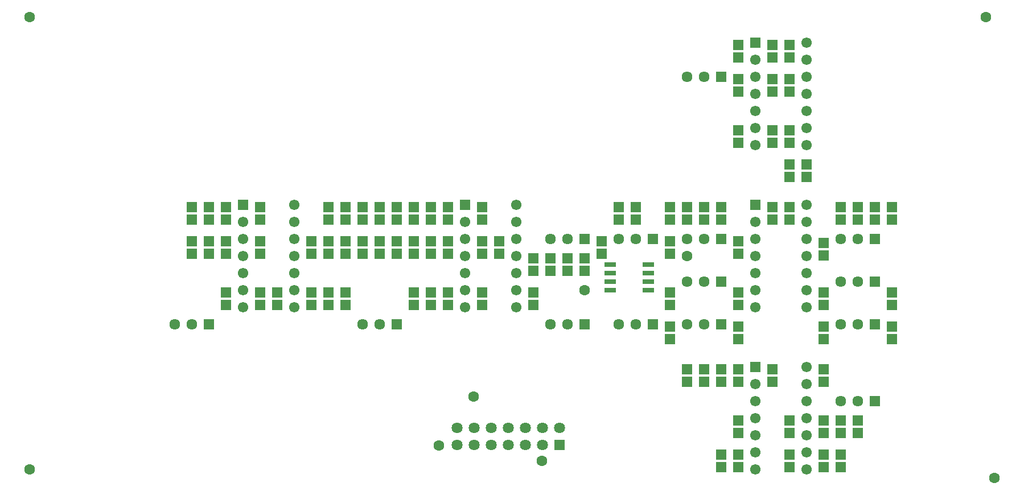
<source format=gbs>
G04*
G04 #@! TF.GenerationSoftware,Altium Limited,Altium Designer,20.0.14 (345)*
G04*
G04 Layer_Color=16711935*
%FSLAX25Y25*%
%MOIN*%
G70*
G01*
G75*
%ADD14C,0.06337*%
%ADD15R,0.06337X0.06337*%
%ADD16R,0.06109X0.06109*%
%ADD17C,0.06109*%
%ADD18C,0.06424*%
%ADD19R,0.06424X0.06424*%
%ADD20C,0.06306*%
%ADD32R,0.06306X0.05912*%
G04:AMPARAMS|DCode=33|XSize=29.59mil|YSize=68.96mil|CornerRadius=3.92mil|HoleSize=0mil|Usage=FLASHONLY|Rotation=270.000|XOffset=0mil|YOffset=0mil|HoleType=Round|Shape=RoundedRectangle|*
%AMROUNDEDRECTD33*
21,1,0.02959,0.06112,0,0,270.0*
21,1,0.02175,0.06896,0,0,270.0*
1,1,0.00784,-0.03056,-0.01088*
1,1,0.00784,-0.03056,0.01088*
1,1,0.00784,0.03056,0.01088*
1,1,0.00784,0.03056,-0.01088*
%
%ADD33ROUNDEDRECTD33*%
D14*
X400000Y245000D02*
D03*
X410000D02*
D03*
X500000Y55000D02*
D03*
X490000D02*
D03*
X500000Y100000D02*
D03*
X490000D02*
D03*
X500000Y125000D02*
D03*
X490000D02*
D03*
X500000Y150000D02*
D03*
X490000D02*
D03*
X410000Y100000D02*
D03*
X400000D02*
D03*
X330000D02*
D03*
X320000D02*
D03*
X370000D02*
D03*
X360000D02*
D03*
X410000Y150000D02*
D03*
X400000D02*
D03*
X370000D02*
D03*
X360000D02*
D03*
X330000D02*
D03*
X320000D02*
D03*
X400000Y125000D02*
D03*
X410000D02*
D03*
X220000Y100000D02*
D03*
X210000D02*
D03*
X110000D02*
D03*
X100000D02*
D03*
D15*
X420000Y245000D02*
D03*
X510000Y55000D02*
D03*
Y100000D02*
D03*
Y125000D02*
D03*
Y150000D02*
D03*
X420000Y100000D02*
D03*
X340000D02*
D03*
X380000D02*
D03*
X420000Y150000D02*
D03*
X380000D02*
D03*
X340000D02*
D03*
X420000Y125000D02*
D03*
X230000Y100000D02*
D03*
X120000D02*
D03*
D16*
X440000Y265000D02*
D03*
Y75000D02*
D03*
Y170000D02*
D03*
X270000D02*
D03*
X140000D02*
D03*
D17*
X440000Y255000D02*
D03*
Y245000D02*
D03*
Y235000D02*
D03*
Y225000D02*
D03*
Y215000D02*
D03*
Y205000D02*
D03*
X470000Y265000D02*
D03*
Y255000D02*
D03*
Y245000D02*
D03*
Y235000D02*
D03*
Y225000D02*
D03*
Y215000D02*
D03*
Y205000D02*
D03*
Y15000D02*
D03*
Y25000D02*
D03*
Y35000D02*
D03*
Y45000D02*
D03*
Y55000D02*
D03*
Y65000D02*
D03*
Y75000D02*
D03*
X440000Y15000D02*
D03*
Y25000D02*
D03*
Y35000D02*
D03*
Y45000D02*
D03*
Y55000D02*
D03*
Y65000D02*
D03*
Y160000D02*
D03*
Y150000D02*
D03*
Y140000D02*
D03*
Y130000D02*
D03*
Y120000D02*
D03*
Y110000D02*
D03*
X470000Y170000D02*
D03*
Y160000D02*
D03*
Y150000D02*
D03*
Y140000D02*
D03*
Y130000D02*
D03*
Y120000D02*
D03*
Y110000D02*
D03*
X300000D02*
D03*
Y120000D02*
D03*
Y130000D02*
D03*
Y140000D02*
D03*
Y150000D02*
D03*
Y160000D02*
D03*
Y170000D02*
D03*
X270000Y110000D02*
D03*
Y120000D02*
D03*
Y130000D02*
D03*
Y140000D02*
D03*
Y150000D02*
D03*
Y160000D02*
D03*
X170000Y110000D02*
D03*
Y120000D02*
D03*
Y130000D02*
D03*
Y140000D02*
D03*
Y150000D02*
D03*
Y160000D02*
D03*
Y170000D02*
D03*
X140000Y110000D02*
D03*
Y120000D02*
D03*
Y130000D02*
D03*
Y140000D02*
D03*
Y150000D02*
D03*
Y160000D02*
D03*
D18*
X295276Y39370D02*
D03*
X305276D02*
D03*
X315276D02*
D03*
X325276D02*
D03*
X285276D02*
D03*
X275276D02*
D03*
X265276D02*
D03*
X295276Y29370D02*
D03*
X305276D02*
D03*
X315276D02*
D03*
X285276D02*
D03*
X275276D02*
D03*
X265276D02*
D03*
D19*
X325276D02*
D03*
D20*
X15000Y15000D02*
D03*
X254453Y29000D02*
D03*
X340000Y120000D02*
D03*
X315000Y20000D02*
D03*
X275000Y57500D02*
D03*
X580000Y10000D02*
D03*
X575000Y280000D02*
D03*
X15000D02*
D03*
X400000Y140000D02*
D03*
D32*
X460000Y206260D02*
D03*
Y213740D02*
D03*
Y186260D02*
D03*
Y193740D02*
D03*
Y263740D02*
D03*
Y256260D02*
D03*
X430000Y256260D02*
D03*
Y263740D02*
D03*
Y213740D02*
D03*
Y206260D02*
D03*
X450000Y206260D02*
D03*
Y213740D02*
D03*
Y263740D02*
D03*
Y256260D02*
D03*
X470000Y186260D02*
D03*
Y193740D02*
D03*
X450000Y236260D02*
D03*
Y243740D02*
D03*
X460000Y236260D02*
D03*
Y243740D02*
D03*
X430000Y243740D02*
D03*
Y236260D02*
D03*
X360000Y161260D02*
D03*
Y168740D02*
D03*
X370000Y161260D02*
D03*
Y168740D02*
D03*
X400000Y73740D02*
D03*
Y66260D02*
D03*
X410000Y73740D02*
D03*
Y66260D02*
D03*
X450000Y73740D02*
D03*
Y66260D02*
D03*
X420000Y66260D02*
D03*
Y73740D02*
D03*
X430000Y73740D02*
D03*
Y66260D02*
D03*
X390000Y98740D02*
D03*
Y91260D02*
D03*
X420000Y16260D02*
D03*
Y23740D02*
D03*
X430000Y23740D02*
D03*
Y16260D02*
D03*
X490000Y16260D02*
D03*
Y23740D02*
D03*
X480000Y16260D02*
D03*
Y23740D02*
D03*
X460000Y16260D02*
D03*
Y23740D02*
D03*
X480000Y36260D02*
D03*
Y43740D02*
D03*
X460000Y43740D02*
D03*
Y36260D02*
D03*
X430000Y43740D02*
D03*
Y36260D02*
D03*
X490000Y36260D02*
D03*
Y43740D02*
D03*
X500000Y36260D02*
D03*
Y43740D02*
D03*
X480000Y73740D02*
D03*
Y66260D02*
D03*
X350000Y141260D02*
D03*
Y148740D02*
D03*
X390000Y141260D02*
D03*
Y148740D02*
D03*
X450000Y168740D02*
D03*
Y161260D02*
D03*
X460000Y161260D02*
D03*
Y168740D02*
D03*
X520000Y111260D02*
D03*
Y118740D02*
D03*
Y91260D02*
D03*
Y98740D02*
D03*
X480000Y111260D02*
D03*
Y118740D02*
D03*
Y91260D02*
D03*
Y98740D02*
D03*
X490000Y168740D02*
D03*
Y161260D02*
D03*
X500000Y161260D02*
D03*
Y168740D02*
D03*
X390000Y111260D02*
D03*
Y118740D02*
D03*
X430000Y111260D02*
D03*
Y118740D02*
D03*
Y91260D02*
D03*
Y98740D02*
D03*
X510000Y168740D02*
D03*
Y161260D02*
D03*
X520000Y168740D02*
D03*
Y161260D02*
D03*
X430000Y148740D02*
D03*
Y141260D02*
D03*
X480000Y147740D02*
D03*
Y140260D02*
D03*
X420000Y161260D02*
D03*
Y168740D02*
D03*
X400000Y168740D02*
D03*
Y161260D02*
D03*
X390000Y161260D02*
D03*
Y168740D02*
D03*
X410000Y168740D02*
D03*
Y161260D02*
D03*
X320000Y138740D02*
D03*
Y131260D02*
D03*
X340000Y131260D02*
D03*
Y138740D02*
D03*
X330000Y131260D02*
D03*
Y138740D02*
D03*
X290000Y141260D02*
D03*
Y148740D02*
D03*
X310000Y111260D02*
D03*
Y118740D02*
D03*
X240000Y118740D02*
D03*
Y111260D02*
D03*
X260000Y118740D02*
D03*
Y111260D02*
D03*
X310000Y138740D02*
D03*
Y131260D02*
D03*
X280000Y111260D02*
D03*
Y118740D02*
D03*
X250000Y118740D02*
D03*
Y111260D02*
D03*
X280000Y148740D02*
D03*
Y141260D02*
D03*
Y161260D02*
D03*
Y168740D02*
D03*
X260000Y161260D02*
D03*
Y168740D02*
D03*
Y141260D02*
D03*
Y148740D02*
D03*
X250000Y141260D02*
D03*
Y148740D02*
D03*
X240000Y141260D02*
D03*
Y148740D02*
D03*
X250000Y161260D02*
D03*
Y168740D02*
D03*
X240000Y161260D02*
D03*
Y168740D02*
D03*
X130000Y141260D02*
D03*
Y148740D02*
D03*
X180000Y141260D02*
D03*
Y148740D02*
D03*
X230000Y161260D02*
D03*
Y168740D02*
D03*
Y141260D02*
D03*
Y148740D02*
D03*
X220000Y148740D02*
D03*
Y141260D02*
D03*
Y161260D02*
D03*
Y168740D02*
D03*
X210000Y148740D02*
D03*
Y141260D02*
D03*
Y168740D02*
D03*
Y161260D02*
D03*
X200000Y168740D02*
D03*
Y161260D02*
D03*
Y148740D02*
D03*
Y141260D02*
D03*
X190000Y148740D02*
D03*
Y141260D02*
D03*
Y168740D02*
D03*
Y161260D02*
D03*
X200000Y111260D02*
D03*
Y118740D02*
D03*
X190000Y111260D02*
D03*
Y118740D02*
D03*
X180000Y111260D02*
D03*
Y118740D02*
D03*
X160000Y111260D02*
D03*
Y118740D02*
D03*
X130000Y118740D02*
D03*
Y111260D02*
D03*
X150000Y118740D02*
D03*
Y111260D02*
D03*
X130000Y161260D02*
D03*
Y168740D02*
D03*
X150000Y148740D02*
D03*
Y141260D02*
D03*
Y161260D02*
D03*
Y168740D02*
D03*
X120000Y161260D02*
D03*
Y168740D02*
D03*
X110000Y161260D02*
D03*
Y168740D02*
D03*
X120000Y141260D02*
D03*
Y148740D02*
D03*
X110000Y141260D02*
D03*
Y148740D02*
D03*
D33*
X377244Y135000D02*
D03*
Y130000D02*
D03*
Y125000D02*
D03*
Y120000D02*
D03*
X355000Y135000D02*
D03*
Y130000D02*
D03*
Y125000D02*
D03*
Y120000D02*
D03*
M02*

</source>
